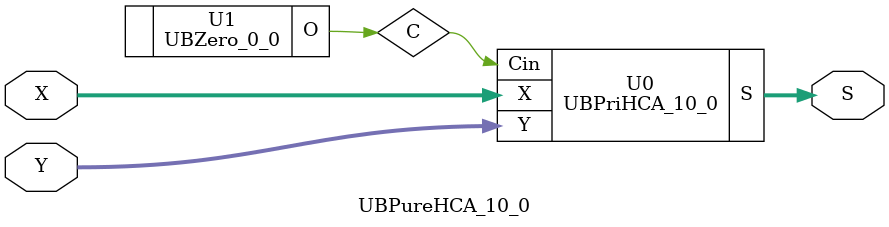
<source format=v>
/*----------------------------------------------------------------------------
  Copyright (c) 2021 Homma laboratory. All rights reserved.

  Top module: UBHCA_10_0_10_0

  Operand-1 length: 11
  Operand-2 length: 11
  Two-operand addition algorithm: Han-Carlson adder
----------------------------------------------------------------------------*/

module GPGenerator(Go, Po, A, B);
  output Go;
  output Po;
  input A;
  input B;
  assign Go = A & B;
  assign Po = A ^ B;
endmodule

module CarryOperator(Go, Po, Gi1, Pi1, Gi2, Pi2);
  output Go;
  output Po;
  input Gi1;
  input Gi2;
  input Pi1;
  input Pi2;
  assign Go = Gi1 | ( Gi2 & Pi1 );
  assign Po = Pi1 & Pi2;
endmodule

module UBPriHCA_10_0(S, X, Y, Cin);
  output [11:0] S;
  input Cin;
  input [10:0] X;
  input [10:0] Y;
  wire [10:0] G0;
  wire [10:0] G1;
  wire [10:0] G2;
  wire [10:0] G3;
  wire [10:0] G4;
  wire [10:0] G5;
  wire [10:0] P0;
  wire [10:0] P1;
  wire [10:0] P2;
  wire [10:0] P3;
  wire [10:0] P4;
  wire [10:0] P5;
  assign P1[0] = P0[0];
  assign G1[0] = G0[0];
  assign P1[2] = P0[2];
  assign G1[2] = G0[2];
  assign P1[4] = P0[4];
  assign G1[4] = G0[4];
  assign P1[6] = P0[6];
  assign G1[6] = G0[6];
  assign P1[8] = P0[8];
  assign G1[8] = G0[8];
  assign P1[10] = P0[10];
  assign G1[10] = G0[10];
  assign P2[0] = P1[0];
  assign G2[0] = G1[0];
  assign P2[1] = P1[1];
  assign G2[1] = G1[1];
  assign P2[2] = P1[2];
  assign G2[2] = G1[2];
  assign P2[4] = P1[4];
  assign G2[4] = G1[4];
  assign P2[6] = P1[6];
  assign G2[6] = G1[6];
  assign P2[8] = P1[8];
  assign G2[8] = G1[8];
  assign P2[10] = P1[10];
  assign G2[10] = G1[10];
  assign P3[0] = P2[0];
  assign G3[0] = G2[0];
  assign P3[1] = P2[1];
  assign G3[1] = G2[1];
  assign P3[2] = P2[2];
  assign G3[2] = G2[2];
  assign P3[3] = P2[3];
  assign G3[3] = G2[3];
  assign P3[4] = P2[4];
  assign G3[4] = G2[4];
  assign P3[6] = P2[6];
  assign G3[6] = G2[6];
  assign P3[8] = P2[8];
  assign G3[8] = G2[8];
  assign P3[10] = P2[10];
  assign G3[10] = G2[10];
  assign P4[0] = P3[0];
  assign G4[0] = G3[0];
  assign P4[1] = P3[1];
  assign G4[1] = G3[1];
  assign P4[2] = P3[2];
  assign G4[2] = G3[2];
  assign P4[3] = P3[3];
  assign G4[3] = G3[3];
  assign P4[4] = P3[4];
  assign G4[4] = G3[4];
  assign P4[5] = P3[5];
  assign G4[5] = G3[5];
  assign P4[6] = P3[6];
  assign G4[6] = G3[6];
  assign P4[7] = P3[7];
  assign G4[7] = G3[7];
  assign P4[8] = P3[8];
  assign G4[8] = G3[8];
  assign P4[10] = P3[10];
  assign G4[10] = G3[10];
  assign P5[0] = P4[0];
  assign G5[0] = G4[0];
  assign P5[1] = P4[1];
  assign G5[1] = G4[1];
  assign P5[3] = P4[3];
  assign G5[3] = G4[3];
  assign P5[5] = P4[5];
  assign G5[5] = G4[5];
  assign P5[7] = P4[7];
  assign G5[7] = G4[7];
  assign P5[9] = P4[9];
  assign G5[9] = G4[9];
  assign S[0] = Cin ^ P0[0];
  assign S[1] = ( G5[0] | ( P5[0] & Cin ) ) ^ P0[1];
  assign S[2] = ( G5[1] | ( P5[1] & Cin ) ) ^ P0[2];
  assign S[3] = ( G5[2] | ( P5[2] & Cin ) ) ^ P0[3];
  assign S[4] = ( G5[3] | ( P5[3] & Cin ) ) ^ P0[4];
  assign S[5] = ( G5[4] | ( P5[4] & Cin ) ) ^ P0[5];
  assign S[6] = ( G5[5] | ( P5[5] & Cin ) ) ^ P0[6];
  assign S[7] = ( G5[6] | ( P5[6] & Cin ) ) ^ P0[7];
  assign S[8] = ( G5[7] | ( P5[7] & Cin ) ) ^ P0[8];
  assign S[9] = ( G5[8] | ( P5[8] & Cin ) ) ^ P0[9];
  assign S[10] = ( G5[9] | ( P5[9] & Cin ) ) ^ P0[10];
  assign S[11] = G5[10] | ( P5[10] & Cin );
  GPGenerator U0 (G0[0], P0[0], X[0], Y[0]);
  GPGenerator U1 (G0[1], P0[1], X[1], Y[1]);
  GPGenerator U2 (G0[2], P0[2], X[2], Y[2]);
  GPGenerator U3 (G0[3], P0[3], X[3], Y[3]);
  GPGenerator U4 (G0[4], P0[4], X[4], Y[4]);
  GPGenerator U5 (G0[5], P0[5], X[5], Y[5]);
  GPGenerator U6 (G0[6], P0[6], X[6], Y[6]);
  GPGenerator U7 (G0[7], P0[7], X[7], Y[7]);
  GPGenerator U8 (G0[8], P0[8], X[8], Y[8]);
  GPGenerator U9 (G0[9], P0[9], X[9], Y[9]);
  GPGenerator U10 (G0[10], P0[10], X[10], Y[10]);
  CarryOperator U11 (G1[1], P1[1], G0[1], P0[1], G0[0], P0[0]);
  CarryOperator U12 (G1[3], P1[3], G0[3], P0[3], G0[2], P0[2]);
  CarryOperator U13 (G1[5], P1[5], G0[5], P0[5], G0[4], P0[4]);
  CarryOperator U14 (G1[7], P1[7], G0[7], P0[7], G0[6], P0[6]);
  CarryOperator U15 (G1[9], P1[9], G0[9], P0[9], G0[8], P0[8]);
  CarryOperator U16 (G2[3], P2[3], G1[3], P1[3], G1[1], P1[1]);
  CarryOperator U17 (G2[5], P2[5], G1[5], P1[5], G1[3], P1[3]);
  CarryOperator U18 (G2[7], P2[7], G1[7], P1[7], G1[5], P1[5]);
  CarryOperator U19 (G2[9], P2[9], G1[9], P1[9], G1[7], P1[7]);
  CarryOperator U20 (G3[5], P3[5], G2[5], P2[5], G2[1], P2[1]);
  CarryOperator U21 (G3[7], P3[7], G2[7], P2[7], G2[3], P2[3]);
  CarryOperator U22 (G3[9], P3[9], G2[9], P2[9], G2[5], P2[5]);
  CarryOperator U23 (G4[9], P4[9], G3[9], P3[9], G3[1], P3[1]);
  CarryOperator U24 (G5[2], P5[2], G4[2], P4[2], G4[1], P4[1]);
  CarryOperator U25 (G5[4], P5[4], G4[4], P4[4], G4[3], P4[3]);
  CarryOperator U26 (G5[6], P5[6], G4[6], P4[6], G4[5], P4[5]);
  CarryOperator U27 (G5[8], P5[8], G4[8], P4[8], G4[7], P4[7]);
  CarryOperator U28 (G5[10], P5[10], G4[10], P4[10], G4[9], P4[9]);
endmodule

module UBZero_0_0(O);
  output [0:0] O;
  assign O[0] = 0;
endmodule

module UBHCA_10_0_10_0 (S, X, Y);
  output [11:0] S;
  input [10:0] X;
  input [10:0] Y;
  UBPureHCA_10_0 U0 (S[11:0], X[10:0], Y[10:0]);
endmodule

module UBPureHCA_10_0 (S, X, Y);
  output [11:0] S;
  input [10:0] X;
  input [10:0] Y;
  wire C;
  UBPriHCA_10_0 U0 (S, X, Y, C);
  UBZero_0_0 U1 (C);
endmodule


</source>
